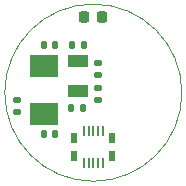
<source format=gbr>
%TF.GenerationSoftware,KiCad,Pcbnew,9.0.0*%
%TF.CreationDate,2025-03-13T16:47:56-04:00*%
%TF.ProjectId,IngestibleCapsule-Board_larger_vias,496e6765-7374-4696-926c-654361707375,rev?*%
%TF.SameCoordinates,Original*%
%TF.FileFunction,Paste,Bot*%
%TF.FilePolarity,Positive*%
%FSLAX46Y46*%
G04 Gerber Fmt 4.6, Leading zero omitted, Abs format (unit mm)*
G04 Created by KiCad (PCBNEW 9.0.0) date 2025-03-13 16:47:56*
%MOMM*%
%LPD*%
G01*
G04 APERTURE LIST*
G04 Aperture macros list*
%AMRoundRect*
0 Rectangle with rounded corners*
0 $1 Rounding radius*
0 $2 $3 $4 $5 $6 $7 $8 $9 X,Y pos of 4 corners*
0 Add a 4 corners polygon primitive as box body*
4,1,4,$2,$3,$4,$5,$6,$7,$8,$9,$2,$3,0*
0 Add four circle primitives for the rounded corners*
1,1,$1+$1,$2,$3*
1,1,$1+$1,$4,$5*
1,1,$1+$1,$6,$7*
1,1,$1+$1,$8,$9*
0 Add four rect primitives between the rounded corners*
20,1,$1+$1,$2,$3,$4,$5,0*
20,1,$1+$1,$4,$5,$6,$7,0*
20,1,$1+$1,$6,$7,$8,$9,0*
20,1,$1+$1,$8,$9,$2,$3,0*%
G04 Aperture macros list end*
%ADD10R,2.400000X1.900000*%
%ADD11R,0.220000X0.900000*%
%ADD12R,0.500000X0.850000*%
%ADD13RoundRect,0.135000X-0.185000X0.135000X-0.185000X-0.135000X0.185000X-0.135000X0.185000X0.135000X0*%
%ADD14RoundRect,0.140000X0.140000X0.170000X-0.140000X0.170000X-0.140000X-0.170000X0.140000X-0.170000X0*%
%ADD15RoundRect,0.225000X-0.225000X-0.250000X0.225000X-0.250000X0.225000X0.250000X-0.225000X0.250000X0*%
%ADD16RoundRect,0.140000X-0.140000X-0.170000X0.140000X-0.170000X0.140000X0.170000X-0.140000X0.170000X0*%
%ADD17RoundRect,0.147500X0.172500X-0.147500X0.172500X0.147500X-0.172500X0.147500X-0.172500X-0.147500X0*%
%ADD18R,1.800000X1.000000*%
%TA.AperFunction,Profile*%
%ADD19C,0.050000*%
%TD*%
G04 APERTURE END LIST*
D10*
%TO.C,Y1*%
X95800000Y-76800000D03*
X95800000Y-72700000D03*
%TD*%
D11*
%TO.C,J5*%
X100800001Y-78285001D03*
X100399999Y-78285001D03*
X100000000Y-78285001D03*
X99600001Y-78285001D03*
X99199999Y-78285001D03*
X100800001Y-80914999D03*
X100399999Y-80914999D03*
X100000000Y-80914999D03*
X99600001Y-80914999D03*
X99199999Y-80914999D03*
D12*
X101600000Y-80340000D03*
X98400003Y-80340000D03*
X101600000Y-78860000D03*
X98400003Y-78860000D03*
%TD*%
D13*
%TO.C,R4*%
X100400000Y-74590000D03*
X100400000Y-75610000D03*
%TD*%
D14*
%TO.C,C2*%
X96760000Y-78500000D03*
X95800000Y-78500000D03*
%TD*%
D15*
%TO.C,C24*%
X99225000Y-68600000D03*
X100775000Y-68600000D03*
%TD*%
D16*
%TO.C,C4*%
X98140000Y-76300000D03*
X99100000Y-76300000D03*
%TD*%
D17*
%TO.C,D1*%
X100400000Y-73485000D03*
X100400000Y-72515000D03*
%TD*%
D13*
%TO.C,R1*%
X93500000Y-75590000D03*
X93500000Y-76610000D03*
%TD*%
D14*
%TO.C,C1*%
X96760000Y-71000000D03*
X95800000Y-71000000D03*
%TD*%
D16*
%TO.C,C3*%
X98220000Y-71000000D03*
X99180000Y-71000000D03*
%TD*%
D18*
%TO.C,Y2*%
X98671772Y-74850000D03*
X98671772Y-72350000D03*
%TD*%
D19*
X107500000Y-75000000D02*
G75*
G02*
X92500000Y-75000000I-7500000J0D01*
G01*
X92500000Y-75000000D02*
G75*
G02*
X107500000Y-75000000I7500000J0D01*
G01*
M02*

</source>
